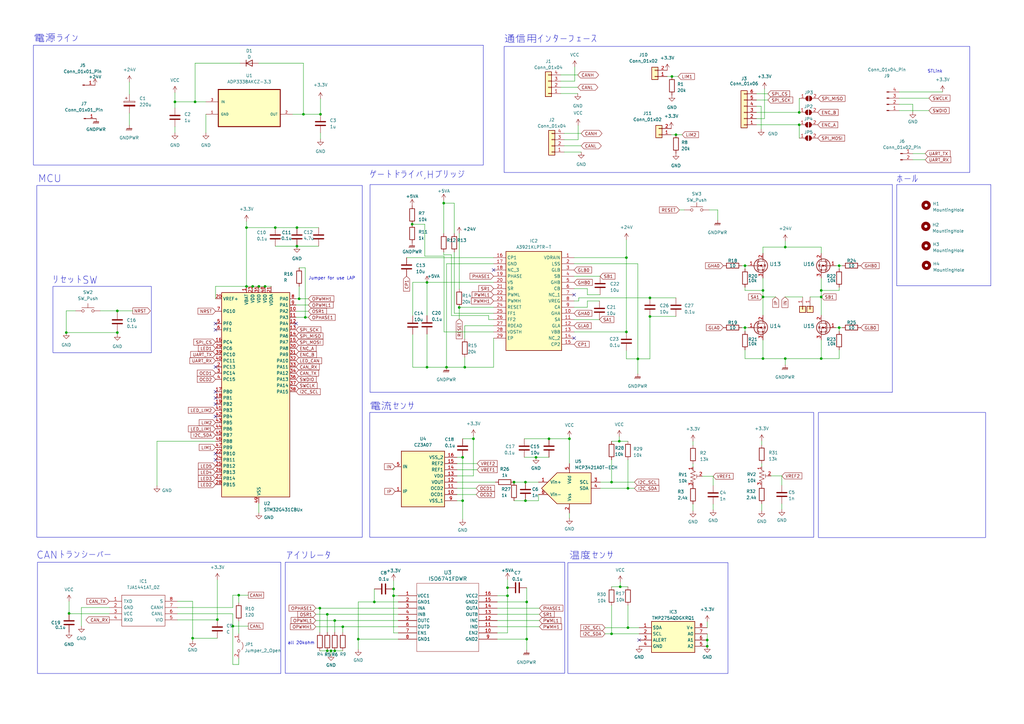
<source format=kicad_sch>
(kicad_sch (version 20230121) (generator eeschema)
  (paper "A3")
  (title_block (date "2023-10-05"))
  (junction (at 336.804 121.793))
  (junction (at 124.46 46.863))
  (junction (at 137.287 254.508))
  (junction (at 266.573 129.794))
  (junction (at 344.17 134.366))
  (junction (at 194.183 179.959))
  (junction (at 183.134 150.622))
  (junction (at 233.553 179.959))
  (junction (at 327.787 46.101))
  (junction (at 101.092 93.345))
  (junction (at 188.341 126.111))
  (junction (at 121.793 93.345))
  (junction (at 112.903 93.345))
  (junction (at 344.17 108.966))
  (junction (at 290.068 265.049))
  (junction (at 189.738 187.579))
  (junction (at 208.153 241.046))
  (junction (at 161.417 244.348))
  (junction (at 256.921 136.144))
  (junction (at 322.072 101.346))
  (junction (at 71.755 41.783))
  (junction (at 336.804 147.066))
  (junction (at 146.939 262.128))
  (junction (at 169.037 91.948))
  (junction (at 312.928 121.793))
  (junction (at 28.321 251.587))
  (junction (at 175.133 115.824))
  (junction (at 135.763 266.954))
  (junction (at 95.504 256.794))
  (junction (at 257.556 200.279))
  (junction (at 80.01 41.783))
  (junction (at 257.556 257.429))
  (junction (at 322.072 147.066))
  (junction (at 266.573 122.174))
  (junction (at 122.682 122.555))
  (junction (at 256.921 105.664))
  (junction (at 210.82 197.739))
  (junction (at 254 180.975))
  (junction (at 277.241 55.245))
  (junction (at 89.154 254.127))
  (junction (at 48.133 136.398))
  (junction (at 261.62 147.193))
  (junction (at 97.917 244.094))
  (junction (at 134.239 266.954))
  (junction (at 153.543 246.888))
  (junction (at 216.027 262.128))
  (junction (at 134.239 251.968))
  (junction (at 181.991 83.312))
  (junction (at 275.59 31.369))
  (junction (at 125.222 130.175))
  (junction (at 254.381 240.665))
  (junction (at 131.445 46.863))
  (junction (at 137.287 266.954))
  (junction (at 161.417 241.554))
  (junction (at 250.825 197.739))
  (junction (at 312.928 147.066))
  (junction (at 312.928 119.126))
  (junction (at 140.589 257.048))
  (junction (at 101.092 117.475))
  (junction (at 208.153 244.348))
  (junction (at 225.171 179.959))
  (junction (at 121.793 100.965))
  (junction (at 305.562 108.966))
  (junction (at 78.994 261.747))
  (junction (at 106.172 117.475))
  (junction (at 27.178 136.398))
  (junction (at 190.627 150.622))
  (junction (at 215.519 197.739))
  (junction (at 48.133 127.508))
  (junction (at 108.712 117.475))
  (junction (at 216.027 246.888))
  (junction (at 175.133 150.622))
  (junction (at 336.804 119.126))
  (junction (at 219.837 187.579))
  (junction (at 290.068 262.509))
  (junction (at 215.519 205.359))
  (junction (at 250.825 259.969))
  (junction (at 327.787 51.181))
  (junction (at 131.191 249.428))
  (junction (at 189.738 205.359))
  (junction (at 305.562 134.366))
  (junction (at 103.632 117.475))
  (no_connect (at 235.458 120.904))
  (no_connect (at 88.392 160.655))
  (no_connect (at 235.458 138.684))
  (no_connect (at 88.392 163.195))
  (no_connect (at 88.392 188.595))
  (no_connect (at 202.438 110.744))
  (no_connect (at 88.392 165.735))
  (no_connect (at 88.392 150.495))
  (no_connect (at 262.128 262.509))
  (no_connect (at 88.392 186.055))
  (no_connect (at 88.392 135.255))
  (no_connect (at 88.392 170.815))
  (no_connect (at 88.392 132.715))
  (no_connect (at 121.412 132.715))
  (wire (pts (xy 95.504 244.094) (xy 95.504 249.174)))
  (wire (pts (xy 78.994 246.634) (xy 78.994 261.747)))
  (wire (pts (xy 254.381 240.665) (xy 257.556 240.665)))
  (wire (pts (xy 28.321 251.587) (xy 28.321 251.714)))
  (wire (pts (xy 98.425 25.908) (xy 80.01 25.908)))
  (wire (pts (xy 275.336 55.245) (xy 277.241 55.245)))
  (wire (pts (xy 221.234 254.508) (xy 203.962 254.508)))
  (wire (pts (xy 97.917 254.762) (xy 97.917 259.842)))
  (wire (pts (xy 129.54 257.048) (xy 140.589 257.048)))
  (wire (pts (xy 292.481 209.042) (xy 292.481 206.756)))
  (wire (pts (xy 305.562 134.366) (xy 305.562 135.89)))
  (wire (pts (xy 72.771 246.634) (xy 78.994 246.634)))
  (wire (pts (xy 161.417 244.348) (xy 161.417 259.588)))
  (wire (pts (xy 101.092 90.805) (xy 101.092 93.345)))
  (wire (pts (xy 216.027 262.128) (xy 203.962 262.128)))
  (wire (pts (xy 312.928 139.446) (xy 312.928 147.066)))
  (wire (pts (xy 275.59 31.369) (xy 278.13 31.369)))
  (wire (pts (xy 175.133 150.622) (xy 183.134 150.622)))
  (wire (pts (xy 322.072 101.346) (xy 336.804 101.346)))
  (wire (pts (xy 106.045 25.908) (xy 124.46 25.908)))
  (wire (pts (xy 248.158 259.969) (xy 250.825 259.969)))
  (wire (pts (xy 161.417 241.554) (xy 161.417 244.348)))
  (wire (pts (xy 202.438 136.144) (xy 182.118 136.144)))
  (wire (pts (xy 131.191 266.954) (xy 134.239 266.954)))
  (wire (pts (xy 124.46 25.908) (xy 124.46 46.863)))
  (wire (pts (xy 194.183 179.959) (xy 194.183 195.199)))
  (wire (pts (xy 233.553 179.959) (xy 233.553 190.119)))
  (wire (pts (xy 202.438 133.604) (xy 190.627 133.604)))
  (wire (pts (xy 129.54 249.428) (xy 131.191 249.428)))
  (wire (pts (xy 284.226 180.975) (xy 284.226 182.626)))
  (wire (pts (xy 254 180.975) (xy 250.825 180.975)))
  (wire (pts (xy 294.386 86.106) (xy 294.386 90.297)))
  (wire (pts (xy 140.589 257.048) (xy 140.589 259.334)))
  (wire (pts (xy 131.191 249.428) (xy 131.191 259.334)))
  (wire (pts (xy 374.396 65.532) (xy 379.476 65.532)))
  (wire (pts (xy 89.154 261.747) (xy 78.994 261.747)))
  (wire (pts (xy 72.771 249.174) (xy 95.504 249.174)))
  (wire (pts (xy 237.363 122.174) (xy 266.573 122.174)))
  (wire (pts (xy 316.23 195.199) (xy 320.675 195.199)))
  (wire (pts (xy 374.396 62.992) (xy 379.476 62.992)))
  (wire (pts (xy 305.562 119.126) (xy 312.928 119.126)))
  (wire (pts (xy 368.808 42.799) (xy 374.396 42.799)))
  (wire (pts (xy 71.755 54.483) (xy 71.755 51.943)))
  (wire (pts (xy 345.44 108.966) (xy 344.17 108.966)))
  (wire (pts (xy 313.563 36.449) (xy 313.563 48.641)))
  (wire (pts (xy 233.553 179.324) (xy 233.553 179.959)))
  (wire (pts (xy 71.755 37.973) (xy 71.755 41.783)))
  (wire (pts (xy 186.309 103.378) (xy 186.309 128.524)))
  (wire (pts (xy 122.682 109.855) (xy 125.222 109.855)))
  (wire (pts (xy 220.853 205.359) (xy 215.519 205.359)))
  (wire (pts (xy 88.392 122.555) (xy 88.392 117.475)))
  (wire (pts (xy 235.458 123.444) (xy 237.363 123.444)))
  (wire (pts (xy 240.919 123.444) (xy 240.919 125.984)))
  (wire (pts (xy 185.166 104.521) (xy 181.991 104.521)))
  (wire (pts (xy 284.226 206.756) (xy 284.226 209.55)))
  (wire (pts (xy 137.287 254.508) (xy 163.322 254.508)))
  (wire (pts (xy 336.804 119.126) (xy 344.17 119.126)))
  (wire (pts (xy 71.755 41.783) (xy 80.01 41.783)))
  (wire (pts (xy 181.991 83.312) (xy 181.991 95.758)))
  (wire (pts (xy 221.234 249.428) (xy 203.962 249.428)))
  (wire (pts (xy 290.068 255.016) (xy 290.068 257.429)))
  (wire (pts (xy 256.921 147.193) (xy 261.62 147.193)))
  (wire (pts (xy 195.326 200.279) (xy 187.452 200.279)))
  (wire (pts (xy 188.341 126.111) (xy 188.341 125.984)))
  (wire (pts (xy 250.825 259.969) (xy 262.128 259.969)))
  (wire (pts (xy 280.67 86.106) (xy 278.638 86.106)))
  (wire (pts (xy 235.458 105.664) (xy 256.921 105.664)))
  (wire (pts (xy 126.492 130.175) (xy 125.222 130.175)))
  (wire (pts (xy 186.309 83.312) (xy 186.309 95.758)))
  (wire (pts (xy 122.682 117.475) (xy 122.682 122.555)))
  (wire (pts (xy 131.445 54.483) (xy 131.445 57.023)))
  (wire (pts (xy 327.787 51.181) (xy 327.787 56.642)))
  (wire (pts (xy 344.17 108.966) (xy 344.17 110.236)))
  (wire (pts (xy 101.092 93.345) (xy 101.092 117.475)))
  (wire (pts (xy 233.553 212.471) (xy 233.553 210.439)))
  (wire (pts (xy 237.109 57.277) (xy 231.394 57.277)))
  (wire (pts (xy 95.504 256.794) (xy 101.854 256.794)))
  (wire (pts (xy 313.563 48.641) (xy 310.261 48.641)))
  (wire (pts (xy 125.222 130.175) (xy 121.412 130.175)))
  (wire (pts (xy 146.939 262.128) (xy 146.939 266.319)))
  (wire (pts (xy 254.381 240.665) (xy 250.825 240.665)))
  (wire (pts (xy 237.109 51.435) (xy 237.109 57.277)))
  (wire (pts (xy 305.562 134.366) (xy 306.832 134.366)))
  (wire (pts (xy 332.232 121.793) (xy 336.804 121.793)))
  (wire (pts (xy 101.092 117.475) (xy 103.632 117.475)))
  (wire (pts (xy 321.945 121.793) (xy 329.184 121.793)))
  (wire (pts (xy 121.793 93.345) (xy 112.903 93.345)))
  (wire (pts (xy 27.178 127.508) (xy 27.178 136.398)))
  (wire (pts (xy 290.068 259.969) (xy 290.068 262.509)))
  (wire (pts (xy 190.627 146.558) (xy 190.627 150.622)))
  (wire (pts (xy 140.589 257.048) (xy 163.322 257.048)))
  (wire (pts (xy 181.991 82.169) (xy 181.991 83.312)))
  (wire (pts (xy 208.153 244.348) (xy 203.962 244.348)))
  (wire (pts (xy 208.153 241.046) (xy 208.407 241.046)))
  (wire (pts (xy 257.556 188.595) (xy 257.556 200.279)))
  (wire (pts (xy 254 179.07) (xy 254 180.975)))
  (wire (pts (xy 312.928 121.793) (xy 312.928 129.286)))
  (wire (pts (xy 153.543 241.554) (xy 153.543 246.888)))
  (wire (pts (xy 187.452 205.359) (xy 189.738 205.359)))
  (wire (pts (xy 312.928 147.066) (xy 305.562 147.066)))
  (wire (pts (xy 30.988 127.508) (xy 27.178 127.508)))
  (wire (pts (xy 231.394 54.737) (xy 238.379 54.737)))
  (wire (pts (xy 121.412 125.095) (xy 126.492 125.095)))
  (wire (pts (xy 231.394 62.357) (xy 238.379 62.357)))
  (wire (pts (xy 208.153 244.348) (xy 208.153 259.588)))
  (wire (pts (xy 257.556 257.429) (xy 262.128 257.429)))
  (wire (pts (xy 368.808 37.719) (xy 386.588 37.719)))
  (wire (pts (xy 260.223 197.739) (xy 250.825 197.739)))
  (wire (pts (xy 310.261 43.561) (xy 312.166 43.561)))
  (wire (pts (xy 235.458 113.284) (xy 246.126 113.284)))
  (wire (pts (xy 182.118 105.029) (xy 174.244 105.029)))
  (wire (pts (xy 312.928 121.793) (xy 318.135 121.793)))
  (wire (pts (xy 175.133 115.824) (xy 202.438 115.824)))
  (wire (pts (xy 305.562 108.966) (xy 306.832 108.966)))
  (wire (pts (xy 336.804 101.346) (xy 336.804 103.886)))
  (wire (pts (xy 310.261 51.181) (xy 327.787 51.181)))
  (wire (pts (xy 284.226 190.246) (xy 284.226 191.516)))
  (wire (pts (xy 131.445 40.513) (xy 131.445 46.863)))
  (wire (pts (xy 161.163 241.554) (xy 161.417 241.554)))
  (wire (pts (xy 235.458 118.364) (xy 240.919 118.364)))
  (wire (pts (xy 137.287 254.508) (xy 137.287 259.334)))
  (wire (pts (xy 182.118 136.144) (xy 182.118 105.029)))
  (wire (pts (xy 312.928 147.066) (xy 322.072 147.066)))
  (wire (pts (xy 256.921 98.298) (xy 256.921 105.664)))
  (wire (pts (xy 84.455 46.863) (xy 84.455 54.483)))
  (wire (pts (xy 202.438 108.204) (xy 183.134 108.204)))
  (wire (pts (xy 169.291 115.824) (xy 169.291 129.54)))
  (wire (pts (xy 153.543 246.888) (xy 146.939 246.888)))
  (wire (pts (xy 216.027 241.046) (xy 216.027 246.888)))
  (wire (pts (xy 261.62 147.193) (xy 261.62 153.289)))
  (wire (pts (xy 235.712 33.274) (xy 229.997 33.274)))
  (wire (pts (xy 200.406 131.064) (xy 200.406 129.413)))
  (wire (pts (xy 312.42 206.629) (xy 312.42 209.423)))
  (wire (pts (xy 190.627 133.604) (xy 190.627 138.938)))
  (wire (pts (xy 95.504 272.542) (xy 97.917 272.542)))
  (wire (pts (xy 97.917 244.094) (xy 97.917 247.142)))
  (wire (pts (xy 188.341 130.81) (xy 188.341 126.111)))
  (wire (pts (xy 95.504 251.714) (xy 95.504 256.794)))
  (wire (pts (xy 121.793 100.965) (xy 130.683 100.965)))
  (wire (pts (xy 134.239 251.968) (xy 163.322 251.968)))
  (wire (pts (xy 215.519 205.359) (xy 210.82 205.359)))
  (wire (pts (xy 129.54 251.968) (xy 134.239 251.968)))
  (wire (pts (xy 190.627 150.622) (xy 202.438 150.622)))
  (wire (pts (xy 237.363 123.444) (xy 237.363 122.174)))
  (wire (pts (xy 88.392 117.475) (xy 101.092 117.475)))
  (wire (pts (xy 64.389 199.263) (xy 64.389 180.975)))
  (wire (pts (xy 166.751 105.664) (xy 202.438 105.664)))
  (wire (pts (xy 135.763 268.351) (xy 135.763 266.954)))
  (wire (pts (xy 221.234 251.968) (xy 203.962 251.968)))
  (wire (pts (xy 235.458 108.204) (xy 261.62 108.204)))
  (wire (pts (xy 256.921 143.764) (xy 256.921 147.193)))
  (wire (pts (xy 208.153 241.046) (xy 208.153 244.348)))
  (wire (pts (xy 97.917 244.094) (xy 95.504 244.094)))
  (wire (pts (xy 161.417 259.588) (xy 163.322 259.588)))
  (wire (pts (xy 231.394 59.817) (xy 238.379 59.817)))
  (wire (pts (xy 89.154 237.744) (xy 89.154 254.127)))
  (wire (pts (xy 266.573 122.174) (xy 277.241 122.174)))
  (wire (pts (xy 336.804 147.066) (xy 336.804 139.446)))
  (wire (pts (xy 250.825 197.739) (xy 246.253 197.739)))
  (wire (pts (xy 277.241 55.245) (xy 279.781 55.245)))
  (wire (pts (xy 312.928 114.046) (xy 312.928 119.126)))
  (wire (pts (xy 189.738 187.579) (xy 189.738 205.359)))
  (wire (pts (xy 290.068 262.509) (xy 290.068 265.049)))
  (wire (pts (xy 202.438 128.524) (xy 186.309 128.524)))
  (wire (pts (xy 345.44 134.366) (xy 344.17 134.366)))
  (wire (pts (xy 322.072 98.806) (xy 322.072 101.346)))
  (wire (pts (xy 183.134 150.622) (xy 190.627 150.622)))
  (wire (pts (xy 216.027 246.888) (xy 216.027 262.128)))
  (wire (pts (xy 48.133 127.508) (xy 54.483 127.508)))
  (wire (pts (xy 257.556 200.279) (xy 246.253 200.279)))
  (wire (pts (xy 342.9 134.366) (xy 344.17 134.366)))
  (wire (pts (xy 169.291 150.622) (xy 175.133 150.622)))
  (wire (pts (xy 126.492 122.555) (xy 122.682 122.555)))
  (wire (pts (xy 235.458 131.064) (xy 245.872 131.064)))
  (wire (pts (xy 120.015 46.863) (xy 124.46 46.863)))
  (wire (pts (xy 72.771 251.714) (xy 95.504 251.714)))
  (wire (pts (xy 80.01 41.783) (xy 84.455 41.783)))
  (wire (pts (xy 129.54 254.508) (xy 137.287 254.508)))
  (wire (pts (xy 305.562 108.966) (xy 304.292 108.966)))
  (wire (pts (xy 320.675 208.915) (xy 320.675 206.629)))
  (wire (pts (xy 322.072 147.066) (xy 336.804 147.066)))
  (wire (pts (xy 48.133 127.508) (xy 48.133 128.143)))
  (wire (pts (xy 27.178 136.398) (xy 48.133 136.398)))
  (wire (pts (xy 195.707 190.119) (xy 187.452 190.119)))
  (wire (pts (xy 78.994 261.747) (xy 78.994 262.763)))
  (wire (pts (xy 288.036 195.326) (xy 292.481 195.326)))
  (wire (pts (xy 312.42 180.848) (xy 312.42 182.499)))
  (wire (pts (xy 130.683 93.345) (xy 121.793 93.345)))
  (wire (pts (xy 248.158 257.429) (xy 257.556 257.429)))
  (wire (pts (xy 189.738 179.959) (xy 194.183 179.959)))
  (wire (pts (xy 122.682 122.555) (xy 121.412 122.555)))
  (wire (pts (xy 124.46 46.863) (xy 131.445 46.863)))
  (wire (pts (xy 161.417 244.348) (xy 163.322 244.348)))
  (wire (pts (xy 194.183 178.816) (xy 194.183 179.959)))
  (wire (pts (xy 336.804 147.066) (xy 344.17 147.066)))
  (wire (pts (xy 229.997 38.354) (xy 236.982 38.354)))
  (wire (pts (xy 221.234 257.048) (xy 203.962 257.048)))
  (wire (pts (xy 344.17 143.51) (xy 344.17 147.066)))
  (wire (pts (xy 203.2 197.739) (xy 187.452 197.739)))
  (wire (pts (xy 134.239 266.954) (xy 135.763 266.954)))
  (wire (pts (xy 266.573 147.193) (xy 261.62 147.193)))
  (wire (pts (xy 342.9 108.966) (xy 344.17 108.966)))
  (wire (pts (xy 250.825 188.595) (xy 250.825 197.739)))
  (wire (pts (xy 189.738 205.359) (xy 189.738 212.979)))
  (wire (pts (xy 312.42 190.119) (xy 312.42 191.389)))
  (wire (pts (xy 336.804 114.046) (xy 336.804 119.126)))
  (wire (pts (xy 240.919 123.444) (xy 245.872 123.444)))
  (wire (pts (xy 175.133 137.033) (xy 175.133 150.622)))
  (wire (pts (xy 71.755 41.783) (xy 71.755 44.323)))
  (wire (pts (xy 195.707 192.659) (xy 187.452 192.659)))
  (wire (pts (xy 327.914 40.386) (xy 327.787 40.386)))
  (wire (pts (xy 44.831 251.714) (xy 28.321 251.714)))
  (wire (pts (xy 200.406 129.413) (xy 185.166 129.413)))
  (wire (pts (xy 312.928 101.346) (xy 322.072 101.346)))
  (wire (pts (xy 187.452 187.579) (xy 189.738 187.579)))
  (wire (pts (xy 112.903 93.345) (xy 101.092 93.345)))
  (wire (pts (xy 312.166 52.959) (xy 312.166 43.561)))
  (wire (pts (xy 208.153 259.588) (xy 203.962 259.588)))
  (wire (pts (xy 95.504 256.794) (xy 95.504 272.542)))
  (wire (pts (xy 260.223 200.279) (xy 257.556 200.279)))
  (wire (pts (xy 134.239 251.968) (xy 134.239 259.334)))
  (wire (pts (xy 97.917 244.094) (xy 101.854 244.094)))
  (wire (pts (xy 169.291 137.16) (xy 169.291 150.622)))
  (wire (pts (xy 169.037 91.948) (xy 174.244 91.948)))
  (wire (pts (xy 327.787 46.101) (xy 310.261 46.101)))
  (wire (pts (xy 219.837 187.579) (xy 215.011 187.579)))
  (wire (pts (xy 195.326 202.819) (xy 187.452 202.819)))
  (wire (pts (xy 292.481 195.326) (xy 292.481 199.136)))
  (wire (pts (xy 273.685 31.369) (xy 275.59 31.369)))
  (wire (pts (xy 97.917 270.002) (xy 97.917 272.542)))
  (wire (pts (xy 169.291 115.824) (xy 175.133 115.824)))
  (wire (pts (xy 181.991 83.312) (xy 186.309 83.312)))
  (wire (pts (xy 72.771 254.254) (xy 89.154 254.254)))
  (wire (pts (xy 108.712 117.475) (xy 111.252 117.475)))
  (wire (pts (xy 374.396 42.799) (xy 374.396 45.847)))
  (wire (pts (xy 314.96 41.021) (xy 310.261 41.021)))
  (wire (pts (xy 64.389 180.975) (xy 88.392 180.975)))
  (wire (pts (xy 174.244 105.029) (xy 174.244 91.948)))
  (wire (pts (xy 106.172 210.312) (xy 106.172 206.375)))
  (wire (pts (xy 233.553 179.959) (xy 225.171 179.959)))
  (wire (pts (xy 312.928 103.886) (xy 312.928 101.346)))
  (wire (pts (xy 322.072 147.066) (xy 322.072 149.606)))
  (wire (pts (xy 126.492 127.635) (xy 121.412 127.635)))
  (wire (pts (xy 181.991 103.378) (xy 181.991 104.521)))
  (wire (pts (xy 53.086 46.355) (xy 53.086 51.435)))
  (wire (pts (xy 183.134 108.204) (xy 183.134 150.622)))
  (wire (pts (xy 305.562 110.236) (xy 305.562 108.966)))
  (wire (pts (xy 53.086 33.655) (xy 53.086 38.735)))
  (wire (pts (xy 137.287 266.954) (xy 140.589 266.954)))
  (wire (pts (xy 320.675 195.199) (xy 320.675 199.009)))
  (wire (pts (xy 368.808 45.339) (xy 381 45.339)))
  (wire (pts (xy 48.133 136.398) (xy 48.133 137.033)))
  (wire (pts (xy 48.133 135.763) (xy 48.133 136.398)))
  (wire (pts (xy 44.831 249.174) (xy 33.401 249.174)))
  (wire (pts (xy 240.919 120.904) (xy 246.126 120.904)))
  (wire (pts (xy 314.96 38.481) (xy 310.261 38.481)))
  (wire (pts (xy 336.804 121.793) (xy 336.804 129.286)))
  (wire (pts (xy 250.825 248.285) (xy 250.825 259.969)))
  (wire (pts (xy 28.321 246.634) (xy 28.321 251.587)))
  (wire (pts (xy 216.027 262.128) (xy 216.027 266.573)))
  (wire (pts (xy 135.763 266.954) (xy 137.287 266.954)))
  (wire (pts (xy 131.191 249.428) (xy 163.322 249.428)))
  (wire (pts (xy 235.712 27.432) (xy 235.712 33.274)))
  (wire (pts (xy 80.01 25.908) (xy 80.01 41.783)))
  (wire (pts (xy 185.166 104.521) (xy 185.166 129.413)))
  (wire (pts (xy 327.787 40.386) (xy 327.787 46.101)))
  (wire (pts (xy 290.83 86.106) (xy 294.386 86.106)))
  (wire (pts (xy 202.438 131.064) (xy 200.406 131.064)))
  (wire (pts (xy 225.171 187.579) (xy 219.837 187.579)))
  (wire (pts (xy 175.133 115.824) (xy 175.133 129.413)))
  (wire (pts (xy 215.519 197.739) (xy 210.82 197.739)))
  (wire (pts (xy 33.401 256.794) (xy 33.401 249.174)))
  (wire (pts (xy 304.292 134.366) (xy 305.562 134.366)))
  (wire (pts (xy 305.562 119.126) (xy 305.562 117.856)))
  (wire (pts (xy 106.172 117.475) (xy 108.712 117.475)))
  (wire (pts (xy 336.804 119.126) (xy 336.804 121.793)))
  (wire (pts (xy 235.458 136.144) (xy 256.921 136.144)))
  (wire (pts (xy 312.928 119.126) (xy 312.928 121.793)))
  (wire (pts (xy 261.62 108.204) (xy 261.62 147.193)))
  (wire (pts (xy 229.997 30.734) (xy 236.982 30.734)))
  (wire (pts (xy 240.919 125.984) (xy 235.458 125.984)))
  (wire (pts (xy 203.962 246.888) (xy 216.027 246.888)))
  (wire (pts (xy 188.341 125.984) (xy 202.438 125.984)))
  (wire (pts (xy 381 40.259) (xy 368.808 40.259)))
  (wire (pts (xy 254 180.975) (xy 257.556 180.975)))
  (wire (pts (xy 344.17 134.366) (xy 344.17 135.89)))
  (wire (pts (xy 277.241 129.794) (xy 266.573 129.794)))
  (wire (pts (xy 305.562 143.51) (xy 305.562 147.066)))
  (wire (pts (xy 220.853 202.819) (xy 220.853 205.359)))
  (wire (pts (xy 125.222 109.855) (xy 125.222 130.175)))
  (wire (pts (xy 254.381 238.76) (xy 254.381 240.665)))
  (wire (pts (xy 220.853 197.739) (xy 215.519 197.739)))
  (wire (pts (xy 161.417 238.125) (xy 161.417 241.554)))
  (wire (pts (xy 256.921 105.664) (xy 256.921 136.144)))
  (wire (pts (xy 89.154 254.127) (xy 89.154 254.254)))
  (wire (pts (xy 146.939 262.128) (xy 163.322 262.128)))
  (wire (pts (xy 229.997 35.814) (xy 236.982 35.814)))
  (wire (pts (xy 240.919 118.364) (xy 240.919 120.904)))
  (wire (pts (xy 225.171 179.959) (xy 215.011 179.959)))
  (wire (pts (xy 266.573 129.794) (xy 266.573 147.193)))
  (wire (pts (xy 103.632 117.475) (xy 106.172 117.475)))
  (wire (pts (xy 187.452 195.199) (xy 194.183 195.199)))
  (wire (pts (xy 202.438 138.684) (xy 202.438 150.622)))
  (wire (pts (xy 257.556 248.285) (xy 257.556 257.429)))
  (wire (pts (xy 188.341 95.758) (xy 188.341 118.491)))
  (wire (pts (xy 344.17 119.126) (xy 344.17 117.856)))
  (wire (pts (xy 112.903 100.965) (xy 121.793 100.965)))
  (wire (pts (xy 208.153 237.617) (xy 208.153 241.046)))
  (wire (pts (xy 41.148 127.508) (xy 48.133 127.508)))
  (wire (pts (xy 163.322 246.888) (xy 153.543 246.888)))
  (wire (pts (xy 146.939 246.888) (xy 146.939 262.128)))
  (rectangle (start 151.765 75.692) (end 366.014 160.909))
  (rectangle (start 15.367 230.632) (end 115.189 276.225))
  (rectangle (start 21.717 117.475) (end 62.103 144.653))
  (rectangle (start 151.638 169.164) (end 333.756 220.345))
  (rectangle (start 232.918 230.759) (end 298.577 276.225))
  (rectangle (start 335.661 169.164) (end 404.241 220.472))
  (rectangle (start 206.756 19.05) (end 397.764 70.739))
  (rectangle (start 116.967 230.632) (end 231.648 276.098))
  (rectangle (start 15.113 76.073) (end 148.59 220.345))
  (rectangle (start 13.716 18.542) (end 198.247 67.691))
  (rectangle (start 367.792 75.692) (end 406.4 117.221))
  (text "MCU" (at 15.494 75.184 0) (effects (font (size 3 3)) (justify left bottom)))
  (text "電源ライン\n" (at 13.97 17.78 0) (effects (font (size 3 3)) (justify left bottom)))
  (text "ゲートドライバ,Hブリッジ" (at 151.384 73.66 0) (effects (font (size 3 3)) (justify left bottom)))
  (text "all 20kohm" (at 117.983 264.541 0) (effects (font (size 1.27 1.27)) (justify left bottom)))
  (text "通信用インターフェース" (at 206.756 18.034 0) (effects (font (size 3 3)) (justify left bottom)))
  (text "STLink" (at 386.588 30.099 0) (effects (font (size 1.27 1.27)) (justify right bottom)))
  (text "Jumper for use LAP" (at 126.492 114.935 0) (effects (font (size 1.27 1.27)) (justify left bottom)))
  (text "リセットSW" (at 21.082 116.84 0) (effects (font (size 3 3)) (justify left bottom)))
  (text "電流センサ" (at 151.765 168.656 0) (effects (font (size 3 3)) (justify left bottom)))
  (text "温度センサ" (at 233.426 229.87 0) (effects (font (size 3 3)) (justify left bottom)))
  (text "ホール" (at 367.411 75.438 0) (effects (font (size 3 3)) (justify left bottom)))
  (text "アイソレータ" (at 117.094 229.87 0) (effects (font (size 3 3)) (justify left bottom)))
  (text "CANトランシーバー\n" (at 14.859 229.616 0) (effects (font (size 3 3)) (justify left bottom)))
  (global_label "I2C_SCL" (shape input) (at 260.223 197.739 0) (property "Intersheetrefs" "${INTERSHEET_REFS}" (effects hide)))
  (global_label "CANL" (shape passive) (at 101.854 256.794 0) (property "Intersheetrefs" "${INTERSHEET_REFS}" (effects hide)))
  (global_label "SPI_MISO" (shape input) (at 335.534 40.386 0) (property "Intersheetrefs" "${INTERSHEET_REFS}" (effects hide)))
  (global_label "GLB0" (shape input) (at 235.458 110.744 0) (property "Intersheetrefs" "${INTERSHEET_REFS}" (effects hide)))
  (global_label "UART_RX" (shape input) (at 379.476 65.532 0) (property "Intersheetrefs" "${INTERSHEET_REFS}" (effects hide)))
  (global_label "SWCLK" (shape input) (at 381 40.259 0) (property "Intersheetrefs" "${INTERSHEET_REFS}" (effects hide)))
  (global_label "LIM1" (shape input) (at 278.13 31.369 0) (property "Intersheetrefs" "${INTERSHEET_REFS}" (effects hide)))
  (global_label "OPHASE1" (shape input) (at 126.492 130.175 0) (property "Intersheetrefs" "${INTERSHEET_REFS}" (effects hide)))
  (global_label "GLA0" (shape input) (at 235.458 133.604 0) (property "Intersheetrefs" "${INTERSHEET_REFS}" (effects hide)))
  (global_label "OPHASE1" (shape input) (at 129.54 249.428 180) (property "Intersheetrefs" "${INTERSHEET_REFS}" (effects hide)))
  (global_label "LIM2" (shape input) (at 279.781 55.245 0) (property "Intersheetrefs" "${INTERSHEET_REFS}" (effects hide)))
  (global_label "ENC_A" (shape input) (at 121.412 142.875 0) (property "Intersheetrefs" "${INTERSHEET_REFS}" (effects hide)))
  (global_label "LIM1" (shape input) (at 88.392 183.515 180) (property "Intersheetrefs" "${INTERSHEET_REFS}" (effects hide)))
  (global_label "IP" (shape input) (at 162.052 201.549 180) (property "Intersheetrefs" "${INTERSHEET_REFS}" (effects hide)))
  (global_label "LED4" (shape input) (at 88.392 193.675 180) (property "Intersheetrefs" "${INTERSHEET_REFS}" (effects hide)))
  (global_label "PWMH1" (shape input) (at 221.234 257.048 0) (property "Intersheetrefs" "${INTERSHEET_REFS}" (effects hide)))
  (global_label "SB1" (shape input) (at 246.126 113.284 0) (property "Intersheetrefs" "${INTERSHEET_REFS}" (effects hide)))
  (global_label "SPI_CS" (shape input) (at 314.96 38.481 0) (property "Intersheetrefs" "${INTERSHEET_REFS}" (effects hide)))
  (global_label "VREF1" (shape input) (at 292.481 195.326 0) (property "Intersheetrefs" "${INTERSHEET_REFS}" (effects hide)))
  (global_label "SB1" (shape input) (at 336.804 121.793 0) (property "Intersheetrefs" "${INTERSHEET_REFS}" (effects hide)))
  (global_label "CANH" (shape bidirectional) (at 238.379 54.737 0) (property "Intersheetrefs" "${INTERSHEET_REFS}" (effects hide)))
  (global_label "UART_RX" (shape input) (at 88.392 147.955 180) (property "Intersheetrefs" "${INTERSHEET_REFS}" (effects hide)))
  (global_label "CP1" (shape input) (at 235.458 141.224 0) (property "Intersheetrefs" "${INTERSHEET_REFS}" (effects hide)))
  (global_label "SPI_MOSI" (shape input) (at 335.407 56.642 0) (property "Intersheetrefs" "${INTERSHEET_REFS}" (effects hide)))
  (global_label "LED_CAN" (shape input) (at 121.412 147.955 0) (property "Intersheetrefs" "${INTERSHEET_REFS}" (effects hide)))
  (global_label "LED1" (shape input) (at 88.392 142.875 180) (property "Intersheetrefs" "${INTERSHEET_REFS}" (effects hide)))
  (global_label "OPWMH1" (shape input) (at 129.54 257.048 180) (property "Intersheetrefs" "${INTERSHEET_REFS}" (effects hide)))
  (global_label "GLA0" (shape input) (at 296.672 134.366 180) (property "Intersheetrefs" "${INTERSHEET_REFS}" (effects hide)))
  (global_label "CP1" (shape input) (at 166.751 113.284 270) (property "Intersheetrefs" "${INTERSHEET_REFS}" (effects hide)))
  (global_label "LED5" (shape input) (at 88.392 191.135 180) (property "Intersheetrefs" "${INTERSHEET_REFS}" (effects hide)))
  (global_label "CANL" (shape bidirectional) (at 236.982 35.814 0) (property "Intersheetrefs" "${INTERSHEET_REFS}" (effects hide)))
  (global_label "IN" (shape input) (at 321.945 121.793 270) (property "Intersheetrefs" "${INTERSHEET_REFS}" (effects hide)))
  (global_label "OPWML1" (shape input) (at 126.492 125.095 0) (property "Intersheetrefs" "${INTERSHEET_REFS}" (effects hide)))
  (global_label "SWDIO" (shape input) (at 381 45.339 0) (property "Intersheetrefs" "${INTERSHEET_REFS}" (effects hide)))
  (global_label "I2C_SDA" (shape input) (at 248.158 259.969 180) (property "Intersheetrefs" "${INTERSHEET_REFS}" (effects hide)))
  (global_label "SPI_MOSI" (shape input) (at 121.412 140.335 0) (property "Intersheetrefs" "${INTERSHEET_REFS}" (effects hide)))
  (global_label "VREF2" (shape input) (at 320.675 195.199 0) (property "Intersheetrefs" "${INTERSHEET_REFS}" (effects hide)))
  (global_label "RESET" (shape input) (at 188.341 130.81 270) (property "Intersheetrefs" "${INTERSHEET_REFS}" (effects hide)))
  (global_label "SR1" (shape input) (at 221.234 251.968 0) (property "Intersheetrefs" "${INTERSHEET_REFS}" (effects hide)))
  (global_label "ENC_B" (shape input) (at 121.412 145.415 0) (property "Intersheetrefs" "${INTERSHEET_REFS}" (effects hide)))
  (global_label "IN" (shape input) (at 162.052 191.389 180) (property "Intersheetrefs" "${INTERSHEET_REFS}" (effects hide)))
  (global_label "GHA0" (shape input) (at 296.672 108.966 180) (property "Intersheetrefs" "${INTERSHEET_REFS}" (effects hide)))
  (global_label "NRST" (shape output) (at 54.483 127.508 0) (property "Intersheetrefs" "${INTERSHEET_REFS}" (effects hide)))
  (global_label "UART_TX" (shape input) (at 379.476 62.992 0) (property "Intersheetrefs" "${INTERSHEET_REFS}" (effects hide)))
  (global_label "LIM2" (shape input) (at 88.392 173.355 180) (property "Intersheetrefs" "${INTERSHEET_REFS}" (effects hide)))
  (global_label "OPWMH1" (shape input) (at 126.492 122.555 0) (property "Intersheetrefs" "${INTERSHEET_REFS}" (effects hide)))
  (global_label "ENC_B" (shape input) (at 335.407 46.101 0) (property "Intersheetrefs" "${INTERSHEET_REFS}" (effects hide)))
  (global_label "GHA0" (shape input) (at 235.458 128.524 0) (property "Intersheetrefs" "${INTERSHEET_REFS}" (effects hide)))
  (global_label "GHB0" (shape input) (at 353.06 108.966 0) (property "Intersheetrefs" "${INTERSHEET_REFS}" (effects hide)))
  (global_label "OCD2" (shape input) (at 88.392 155.575 180) (property "Intersheetrefs" "${INTERSHEET_REFS}" (effects hide)))
  (global_label "I2C_SDA" (shape input) (at 88.392 178.435 180) (property "Intersheetrefs" "${INTERSHEET_REFS}" (effects hide)))
  (global_label "I2C_SDA" (shape input) (at 260.223 200.279 0) (property "Intersheetrefs" "${INTERSHEET_REFS}" (effects hide)))
  (global_label "GLB0" (shape input) (at 353.06 134.366 0) (property "Intersheetrefs" "${INTERSHEET_REFS}" (effects hide)))
  (global_label "LED_LIM1" (shape input) (at 88.392 175.895 180) (property "Intersheetrefs" "${INTERSHEET_REFS}" (effects hide)))
  (global_label "OCD2" (shape input) (at 195.326 202.819 0) (property "Intersheetrefs" "${INTERSHEET_REFS}" (effects hide)))
  (global_label "VREF1" (shape input) (at 195.707 192.659 0) (property "Intersheetrefs" "${INTERSHEET_REFS}" (effects hide)))
  (global_label "LED_LIM2" (shape input) (at 88.392 168.275 180) (property "Intersheetrefs" "${INTERSHEET_REFS}" (effects hide)))
  (global_label "PHASE1" (shape input) (at 221.234 249.428 0) (property "Intersheetrefs" "${INTERSHEET_REFS}" (effects hide)))
  (global_label "RESET" (shape input) (at 278.638 86.106 180) (property "Intersheetrefs" "${INTERSHEET_REFS}" (effects hide)))
  (global_label "UART_TX" (shape input) (at 88.392 145.415 180) (property "Intersheetrefs" "${INTERSHEET_REFS}" (effects hide)))
  (global_label "CANH" (shape bidirectional) (at 236.982 30.734 0) (property "Intersheetrefs" "${INTERSHEET_REFS}" (effects hide)))
  (global_label "CAN_RX" (shape output) (at 44.831 254.254 180) (property "Intersheetrefs" "${INTERSHEET_REFS}" (effects hide)))
  (global_label "SPI_SCK" (shape input) (at 121.412 135.255 0) (property "Intersheetrefs" "${INTERSHEET_REFS}" (effects hide)))
  (global_label "SWCLK" (shape input) (at 121.412 158.115 0) (property "Intersheetrefs" "${INTERSHEET_REFS}" (effects hide)))
  (global_label "PHASE1" (shape input) (at 202.438 113.284 180) (property "Intersheetrefs" "${INTERSHEET_REFS}" (effects hide)))
  (global_label "SA1" (shape input) (at 245.872 131.064 0) (property "Intersheetrefs" "${INTERSHEET_REFS}" (effects hide)))
  (global_label "SR1" (shape input) (at 202.438 118.364 180) (property "Intersheetrefs" "${INTERSHEET_REFS}" (effects hide)))
  (global_label "IP" (shape input) (at 318.135 121.793 270) (property "Intersheetrefs" "${INTERSHEET_REFS}" (effects hide)))
  (global_label "VREF2" (shape input) (at 195.707 190.119 0) (property "Intersheetrefs" "${INTERSHEET_REFS}" (effects hide)))
  (global_label "CANH" (shape passive) (at 101.854 244.094 0) (property "Intersheetrefs" "${INTERSHEET_REFS}" (effects hide)))
  (global_label "OCD1" (shape input) (at 88.392 153.035 180) (property "Intersheetrefs" "${INTERSHEET_REFS}" (effects hide)))
  (global_label "SWDIO" (shape input) (at 121.412 155.575 0) (property "Intersheetrefs" "${INTERSHEET_REFS}" (effects hide)))
  (global_label "SPI_CS" (shape input) (at 88.392 140.335 180) (property "Intersheetrefs" "${INTERSHEET_REFS}" (effects hide)))
  (global_label "LED3" (shape input) (at 88.392 196.215 180) (property "Intersheetrefs" "${INTERSHEET_REFS}" (effects hide)))
  (global_label "GHB0" (shape input) (at 235.458 115.824 0) (property "Intersheetrefs" "${INTERSHEET_REFS}" (effects hide)))
  (global_label "NRST" (shape input) (at 88.392 127.635 180) (property "Intersheetrefs" "${INTERSHEET_REFS}" (effects hide)))
  (global_label "SA1" (shape input) (at 312.928 121.793 180) (property "Intersheetrefs" "${INTERSHEET_REFS}" (effects hide)))
  (global_label "CANL" (shape bidirectional) (at 238.379 59.817 0) (property "Intersheetrefs" "${INTERSHEET_REFS}" (effects hide)))
  (global_label "PWMH1" (shape input) (at 202.438 123.444 180) (property "Intersheetrefs" "${INTERSHEET_REFS}" (effects hide)))
  (global_label "I2C_SCL" (shape input) (at 121.412 160.655 0) (property "Intersheetrefs" "${INTERSHEET_REFS}" (effects hide)))
  (global_label "I2C_SCL" (shape input) (at 248.158 257.429 180) (property "Intersheetrefs" "${INTERSHEET_REFS}" (effects hide)))
  (global_label "CAN_TX" (shape input) (at 44.831 246.634 180) (property "Intersheetrefs" "${INTERSHEET_REFS}" (effects hide)))
  (global_label "PWML1" (shape input) (at 202.438 120.904 180) (property "Intersheetrefs" "${INTERSHEET_REFS}" (effects hide)))
  (global_label "PWML1" (shape input) (at 221.234 254.508 0) (property "Intersheetrefs" "${INTERSHEET_REFS}" (effects hide)))
  (global_label "ENC_A" (shape input) (at 335.407 51.181 0) (property "Intersheetrefs" "${INTERSHEET_REFS}" (effects hide)))
  (global_label "OPWML1" (shape input) (at 129.54 254.508 180) (property "Intersheetrefs" "${INTERSHEET_REFS}" (effects hide)))
  (global_label "OSR1" (shape input) (at 126.492 127.635 0) (property "Intersheetrefs" "${INTERSHEET_REFS}" (effects hide)))
  (global_label "OSR1" (shape input) (at 129.54 251.968 180) (property "Intersheetrefs" "${INTERSHEET_REFS}" (effects hide)))
  (global_label "SPI_MISO" (shape input) (at 121.412 137.795 0) (property "Intersheetrefs" "${INTERSHEET_REFS}" (effects hide)))
  (global_label "LED2" (shape input) (at 88.392 198.755 180) (property "Intersheetrefs" "${INTERSHEET_REFS}" (effects hide)))
  (global_label "CAN_RX" (shape input) (at 121.412 150.495 0) (property "Intersheetrefs" "${INTERSHEET_REFS}" (effects hide)))
  (global_label "OCD1" (shape input) (at 195.326 200.279 0) (property "Intersheetrefs" "${INTERSHEET_REFS}" (effects hide)))
  (global_label "CAN_TX" (shape input) (at 121.412 153.035 0) (property "Intersheetrefs" "${INTERSHEET_REFS}" (effects hide)))
  (global_label "SPI_SCK" (shape input) (at 314.96 41.021 0) (property "Intersheetrefs" "${INTERSHEET_REFS}" (effects hide)))
  (symbol (lib_id "power:GNDPWR") (at 39.497 48.641 0) (unit 1)
    (property "Reference" "#PWR028" (effects hide))
    (property "Value" "GNDPWR" (at 39.37 53.086 0))
  )
  (symbol (lib_id "power:GNDPWR") (at 322.072 149.606 0) (unit 1)
    (property "Reference" "#PWR083" (effects hide))
    (property "Value" "GNDPWR" (at 321.945 154.686 0))
  )
  (symbol (lib_id "power:+24V") (at 188.341 95.758 0) (unit 1)
    (property "Reference" "#PWR037" (effects hide))
    (property "Value" "+24V" (at 192.532 93.98 0))
  )
  (symbol (lib_id "power:+24V") (at 256.921 98.298 0) (unit 1)
    (property "Reference" "#PWR038" (effects hide))
    (property "Value" "+24V" (at 256.921 93.218 0))
  )
  (symbol (lib_id "power:+3.3V") (at 89.154 237.744 0) (unit 1)
    (property "Reference" "#PWR058" (effects hide))
    (property "Value" "+3.3V" (at 89.154 232.664 0))
  )
  (symbol (lib_id "Device:R") (at 275.59 35.179 0) (unit 1)
    (property "Reference" "R1" (at 277.749 34.544 0) (effects (justify left)))
    (property "Value" "20k" (at 277.749 37.084 0) (effects (justify left)))
    (property "Footprint" "Resistor_SMD:R_0603_1608Metric_Pad0.98x0.95mm_HandSolder" (effects hide))
  )
  (symbol (lib_id "power:GNDPWR") (at 216.027 266.573 0) (unit 1)
    (property "Reference" "#PWR060" (effects hide))
    (property "Value" "GNDPWR" (at 215.9 271.653 0))
  )
  (symbol (lib_id "Device:R") (at 207.01 197.739 90) (unit 1)
    (property "Reference" "R26" (at 207.01 192.405 90))
    (property "Value" "1k" (at 207.01 194.945 90))
    (property "Footprint" "Resistor_SMD:R_0603_1608Metric_Pad0.98x0.95mm_HandSolder" (effects hide))
  )
  (symbol (lib_id "power:GND") (at 78.994 262.763 0) (unit 1)
    (property "Reference" "#PWR057" (effects hide))
    (property "Value" "GND" (at 78.994 266.573 0))
  )
  (symbol (lib_id "0-Myparts:SQJ180EP-T1_GE3") (at 360.934 134.366 0) (mirror y) (unit 1)
    (property "Reference" "U15" (at 334.137 133.731 0) (effects (font (size 1.524 1.524)) (justify left)))
    (property "Value" "SQJ180EP-T1_GE3" (effects hide))
    (property "Footprint" "0-Myparts:SQJ180EP-T1_GE3" (effects hide))
  )
  (symbol (lib_id "Jumper:SolderJumper_2_Open") (at 331.597 46.101 0) (unit 1)
    (property "Reference" "JP2" (at 331.597 43.688 0))
    (property "Value" "SolderJumper_2_Open" (effects hide))
    (property "Footprint" "Jumper:SolderJumper-2_P1.3mm_Open_TrianglePad1.0x1.5mm" (effects hide))
  )
  (symbol (lib_id "Connector:Conn_01x01_Pin") (at 34.417 48.641 0) (unit 1)
    (property "Reference" "J7" (at 34.417 42.545 0))
    (property "Value" "Conn_01x01_Pin" (at 34.417 45.085 0))
    (property "Footprint" "0-Myparts:ねじ端子(縦)" (effects hide))
  )
  (symbol (lib_id "Device:C") (at 175.133 133.223 0) (unit 1)
    (property "Reference" "C20" (at 177.038 128.397 0) (effects (justify left)))
    (property "Value" "0.1u" (at 177.038 130.937 0) (effects (justify left)))
    (property "Footprint" "Capacitor_SMD:C_0603_1608Metric_Pad1.08x0.95mm_HandSolder" (effects hide))
  )
  (symbol (lib_id "power:VCC") (at 237.109 51.435 0) (unit 1)
    (property "Reference" "#PWR022" (effects hide))
    (property "Value" "VCC" (at 237.109 46.355 0))
  )
  (symbol (lib_id "MCU_ST_STM32G4:STM32G431CBUx") (at 103.632 163.195 0) (unit 1)
    (property "Reference" "U2" (at 108.1279 206.502 0) (effects (justify left)))
    (property "Value" "STM32G431CBUx" (at 108.1279 209.042 0) (effects (justify left)))
    (property "Footprint" "Package_DFN_QFN:QFN-48-1EP_7x7mm_P0.5mm_EP5.6x5.6mm" (effects hide))
    (property "Datasheet" "https://www.st.com/resource/en/datasheet/stm32g431cb.pdf" (effects hide))
  )
  (symbol (lib_id "Connector_Generic:Conn_01x04") (at 224.917 35.814 180) (unit 1)
    (property "Reference" "J1" (at 224.917 25.146 0))
    (property "Value" "Conn_01x04" (at 224.917 27.686 0))
    (property "Footprint" "Connector_JST:JST_XH_S4B-XH-A_1x04_P2.50mm_Horizontal" (effects hide))
  )
  (symbol (lib_id "Device:R") (at 188.341 122.301 0) (unit 1)
    (property "Reference" "R14" (at 189.484 121.285 0) (effects (justify left)))
    (property "Value" "20k" (at 189.484 123.825 0) (effects (justify left)))
    (property "Footprint" "Resistor_SMD:R_0603_1608Metric_Pad0.98x0.95mm_HandSolder" (effects hide))
  )
  (symbol (lib_id "power:GNDPWR") (at 169.037 99.568 0) (unit 1)
    (property "Reference" "#PWR034" (effects hide))
    (property "Value" "GNDPWR" (at 169.037 103.251 0))
  )
  (symbol (lib_id "power:GND") (at 146.939 266.319 0) (unit 1)
    (property "Reference" "#PWR044" (effects hide))
    (property "Value" "GND" (at 146.939 270.764 0))
  )
  (symbol (lib_id "Mechanical:MountingHole") (at 379.73 92.837 0) (unit 1)
    (property "Reference" "H2" (at 382.397 92.202 0) (effects (justify left)))
    (property "Value" "MountingHole" (at 382.397 94.742 0) (effects (justify left)))
    (property "Footprint" "MountingHole:MountingHole_3.2mm_M3" (effects hide))
  )
  (symbol (lib_id "Device:C") (at 277.241 125.984 0) (unit 1)
    (property "Reference" "C27" (at 280.67 125.349 0) (effects (justify left)))
    (property "Value" "0.1u" (at 280.67 127.889 0) (effects (justify left)))
    (property "Footprint" "Capacitor_SMD:C_0805_2012Metric_Pad1.18x1.45mm_HandSolder" (effects hide))
  )
  (symbol (lib_id "Device:C") (at 225.171 183.769 0) (mirror y) (unit 1)
    (property "Reference" "C15" (at 221.361 183.134 0) (effects (justify left)))
    (property "Value" "10u" (at 221.361 185.674 0) (effects (justify left)))
    (property "Footprint" "Capacitor_SMD:C_0805_2012Metric_Pad1.18x1.45mm_HandSolder" (effects hide))
  )
  (symbol (lib_id "0-Myparts:SQJ180EP-T1_GE3") (at 360.934 108.966 0) (mirror y) (unit 1)
    (property "Reference" "U16" (at 334.137 108.331 0) (effects (font (size 1.524 1.524)) (justify left)))
    (property "Value" "SQJ180EP-T1_GE3" (effects hide))
    (property "Footprint" "0-Myparts:SQJ180EP-T1_GE3" (effects hide))
  )
  (symbol (lib_id "power:GND") (at 284.226 209.55 0) (unit 1)
    (property "Reference" "#PWR065" (effects hide))
    (property "Value" "GND" (at 284.226 213.995 0))
  )
  (symbol (lib_id "Device:R") (at 97.917 250.952 0) (unit 1)
    (property "Reference" "R10" (at 100.457 249.6819 0) (effects (justify left)))
    (property "Value" "120" (at 100.457 252.2219 0) (effects (justify left)))
    (property "Footprint" "Resistor_SMD:R_0603_1608Metric" (effects hide))
  )
  (symbol (lib_id "Device:R_Potentiometer_Trim_US") (at 284.226 195.326 0) (unit 1)
    (property "Reference" "RV1" (at 281.94 194.691 0) (effects (justify right)))
    (property "Value" "10k" (at 281.94 197.231 0) (effects (justify right)))
    (property "Footprint" "0-Myparts:TSR-3296" (effects hide))
  )
  (symbol (lib_id "power:GND") (at 121.793 100.965 0) (unit 1)
    (property "Reference" "#PWR050" (effects hide))
    (property "Value" "GND" (at 121.793 106.045 0))
  )
  (symbol (lib_id "Device:R") (at 134.239 263.144 180) (unit 1)
    (property "Reference" "R5" (at 135.763 268.478 0) (effects (justify left)))
    (property "Value" "R" (effects hide))
    (property "Footprint" "Resistor_SMD:R_0603_1608Metric_Pad0.98x0.95mm_HandSolder" (effects hide))
  )
  (symbol (lib_id "power:GND") (at 292.481 209.042 0) (unit 1)
    (property "Reference" "#PWR066" (effects hide))
    (property "Value" "GND" (at 292.481 213.487 0))
  )
  (symbol (lib_id "power:+5VA") (at 175.133 115.824 0) (unit 1)
    (property "Reference" "#PWR035" (effects hide))
    (property "Value" "+5VA" (at 177.8 113.284 0))
  )
  (symbol (lib_id "power:GNDPWR") (at 294.386 90.297 0) (unit 1)
    (property "Reference" "#PWR043" (effects hide))
    (property "Value" "GNDPWR" (at 294.259 95.377 0))
  )
  (symbol (lib_id "Device:C") (at 292.481 202.946 0) (unit 1)
    (property "Reference" "C4" (at 295.148 202.057 0) (effects (justify left)))
    (property "Value" "1n" (at 295.148 204.597 0) (effects (justify left)))
    (property "Footprint" "Capacitor_SMD:C_0603_1608Metric_Pad1.08x0.95mm_HandSolder" (effects hide))
  )
  (symbol (lib_id "Device:R") (at 190.627 142.748 0) (unit 1)
    (property "Reference" "R15" (at 191.77 141.732 0) (effects (justify left)))
    (property "Value" "20k" (at 191.77 144.272 0) (effects (justify left)))
    (property "Footprint" "Resistor_SMD:R_0603_1608Metric_Pad0.98x0.95mm_HandSolder" (effects hide))
  )
  (symbol (lib_id "0-Myparts:ADP3338AKCZ-3.3") (at 102.235 41.783 0) (unit 1)
    (property "Reference" "U1" (at 102.235 30.988 0))
    (property "Value" "ADP3338AKCZ-3.3" (at 102.235 33.528 0))
    (property "Footprint" "0-Myparts:SOT230P700X180-4N" (effects hide))
    (property "SUPPLIER" "Analog Devices" (effects hide))
    (property "MPN" "ADP3338AKCZ-3.3" (effects hide))
    (property "OC_FARNELL" "1319314" (effects hide))
    (property "OC_NEWARK" "19M8721" (effects hide))
    (property "PACKAGE" "SOT-223-3" (effects hide))
  )
  (symbol (lib_id "Device:R") (at 250.825 244.475 0) (mirror y) (unit 1)
    (property "Reference" "R30" (at 248.666 243.84 0) (effects (justify left)))
    (property "Value" "10k" (at 248.666 246.38 0) (effects (justify left)))
    (property "Footprint" "Resistor_SMD:R_0603_1608Metric_Pad0.98x0.95mm_HandSolder" (effects hide))
  )
  (symbol (lib_id "power:+24V") (at 322.072 98.806 0) (unit 1)
    (property "Reference" "#PWR082" (effects hide))
    (property "Value" "+24V" (at 322.072 93.726 0))
  )
  (symbol (lib_id "Device:R") (at 186.309 99.568 0) (unit 1)
    (property "Reference" "R13" (at 187.452 98.552 0) (effects (justify left)))
    (property "Value" "20k" (effects hide))
    (property "Footprint" "Resistor_SMD:R_0603_1608Metric_Pad0.98x0.95mm_HandSolder" (effects hide))
  )
  (symbol (lib_id "Connector_Generic:Conn_01x01") (at 329.184 126.873 270) (unit 1)
    (property "Reference" "J4" (effects hide))
    (property "Value" "Conn_01x01" (effects hide))
    (property "Footprint" "0-Myparts:ねじ端子(縦)" (effects hide))
  )
  (symbol (lib_id "Device:C") (at 212.217 241.046 90) (unit 1)
    (property "Reference" "C7" (at 212.217 234.95 90))
    (property "Value" "0.1u" (at 212.217 237.49 90))
    (property "Footprint" "Capacitor_SMD:C_0402_1005Metric_Pad0.74x0.62mm_HandSolder" (effects hide))
  )
  (symbol (lib_id "Jumper:Jumper_2_Open") (at 97.917 264.922 270) (unit 1)
    (property "Reference" "JP1" (at 100.33 264.287 90) (effects (justify left)))
    (property "Value" "Jumper_2_Open" (at 100.33 266.827 90) (effects (justify left)))
    (property "Footprint" "TestPoint:TestPoint_2Pads_Pitch2.54mm_Drill0.8mm" (effects hide))
  )
  (symbol (lib_id "power:GND") (at 262.128 265.049 0) (unit 1)
    (property "Reference" "#PWR031" (effects hide))
    (property "Value" "GND" (at 262.128 269.494 0))
  )
  (symbol (lib_id "power:GND") (at 374.396 45.847 0) (mirror y) (unit 1)
    (property "Reference" "#PWR040" (effects hide))
    (property "Value" "GND" (at 374.396 49.911 0))
  )
  (symbol (lib_id "power:GND") (at 236.982 38.354 0) (unit 1)
    (property "Reference" "#PWR021" (effects hide))
    (property "Value" "GND" (at 236.982 43.434 0))
  )
  (symbol (lib_id "Device:C") (at 121.793 97.155 0) (unit 1)
    (property "Reference" "C11" (at 115.57 95.377 0) (effects (justify left)))
    (property "Value" "0.1u" (at 115.316 97.79 0) (effects (justify left)))
    (property "Footprint" "Capacitor_SMD:C_0603_1608Metric_Pad1.08x0.95mm_HandSolder" (effects hide))
  )
  (symbol (lib_id "power:GND") (at 312.42 209.423 0) (unit 1)
    (property "Reference" "#PWR068" (effects hide))
    (property "Value" "GND" (at 312.42 213.868 0))
  )
  (symbol (lib_id "power:GNDPWR") (at 183.134 150.622 0) (unit 1)
    (property "Reference" "#PWR036" (effects hide))
    (property "Value" "GNDPWR" (at 183.007 155.702 0))
  )
  (symbol (lib_id "power:+3.3V") (at 273.685 28.829 0) (unit 1)
    (property "Reference" "#PWR047" (effects hide))
    (property "Value" "+3.3V" (at 273.685 23.749 0))
  )
  (symbol (lib_id "Device:R") (at 131.191 263.144 180) (unit 1)
    (property "Reference" "R4" (at 132.588 268.351 0) (effects (justify left)))
    (property "Value" "R" (effects hide))
    (property "Footprint" "Resistor_SMD:R_0603_1608Metric_Pad0.98x0.95mm_HandSolder" (effects hide))
  )
  (symbol (lib_id "Connector:Conn_01x02_Pin") (at 369.316 62.992 0) (unit 1)
    (property "Reference" "J6" (at 369.951 57.912 0))
    (property "Value" "Conn_01x02_Pin" (at 369.951 60.452 0))
    (property "Footprint" "Connector_PinHeader_2.54mm:PinHeader_1x02_P2.54mm_Horizontal" (effects hide))
  )
  (symbol (lib_id "power:+3.3V") (at 312.42 180.848 0) (unit 1)
    (property "Reference" "#PWR067" (effects hide))
    (property "Value" "+3.3V" (at 312.42 175.768 0))
  )
  (symbol (lib_id "Device:C") (at 89.154 257.937 0) (unit 1)
    (property "Reference" "C9" (at 92.837 256.667 0) (effects (justify left)))
    (property "Value" "C" (at 92.837 259.207 0) (effects (justify left)))
    (property "Footprint" "Capacitor_SMD:C_0603_1608Metric_Pad1.08x0.95mm_HandSolder" (effects hide))
  )
  (symbol (lib_id "Device:C") (at 131.445 50.673 0) (unit 1)
    (property "Reference" "C3" (at 135.255 49.4029 0) (effects (justify left)))
    (property "Value" "1u" (at 135.255 51.9429 0) (effects (justify left)))
    (property "Footprint" "Capacitor_SMD:C_0603_1608Metric_Pad1.08x0.95mm_HandSolder" (effects hide))
  )
  (symbol (lib_id "power:GND") (at 48.133 137.033 0) (unit 1)
    (property "Reference" "#PWR048" (effects hide))
    (property "Value" "GND" (at 48.133 142.113 0))
  )
  (symbol (lib_id "power:+3.3V") (at 290.068 255.016 0) (unit 1)
    (property "Reference" "#PWR09" (effects hide))
    (property "Value" "+3.3V" (at 290.068 249.936 0))
  )
  (symbol (lib_id "power:GND") (at 233.553 212.471 0) (unit 1)
    (property "Reference" "#PWR062" (effects hide))
    (property "Value" "GND" (at 233.553 216.916 0))
  )
  (symbol (lib_id "0_symbols:TMP275AQDGKRQ1") (at 262.128 257.429 0) (unit 1)
    (property "Reference" "IC3" (at 276.098 250.952 0))
    (property "Value" "TMP275AQDGKRQ1" (at 276.098 253.492 0))
    (property "Footprint" "0_Mylib:TMP275AQDGKRQ1" (effects hide))
    (property "Datasheet" "http://www.ti.com/lit/ds/symlink/tmp275-q1.pdf" (effects hide))
    (property "Height" "1.1" (effects hide))
    (property "Mouser Part Number" "595-TMP275AQDGKRQ1" (effects hide))
    (property "Mouser Price/Stock" "https://www.mouser.co.uk/ProductDetail/Texas-Instruments/TMP275AQDGKRQ1?qs=8%2FmU9qzJpL%2FVpQiyN9hSdg%3D%3D" (effects hide))
    (property "Manufacturer_Name" "Texas Instruments" (effects hide))
    (property "Manufacturer_Part_Number" "TMP275AQDGKRQ1" (effects hide))
  )
  (symbol (lib_id "Device:R") (at 349.25 134.366 270) (mirror x) (unit 1)
    (property "Reference" "R25" (at 349.25 132.334 90))
    (property "Value" "10" (at 349.25 134.366 90))
    (property "Footprint" "Resistor_SMD:R_0603_1608Metric" (effects hide))
  )
  (symbol (lib_id "Connector:Conn_01x01_Pin") (at 33.909 34.925 0) (unit 1)
    (property "Reference" "J5" (at 33.909 26.797 0))
    (property "Value" "Conn_01x01_Pin" (at 33.909 29.337 0))
    (property "Footprint" "0-Myparts:ねじ端子(縦)" (effects hide))
  )
  (symbol (lib_id "power:GND") (at 189.738 212.979 0) (unit 1)
    (property "Reference" "#PWR041" (effects hide))
    (property "Value" "GND" (at 189.738 217.424 0))
  )
  (symbol (lib_id "Device:C") (at 256.921 139.954 0) (unit 1)
    (property "Reference" "C23" (at 249.936 139.065 0) (effects (justify left)))
    (property "Value" "0.1u" (at 249.936 141.605 0) (effects (justify left)))
    (property "Footprint" "Capacitor_SMD:C_0603_1608Metric_Pad1.08x0.95mm_HandSolder" (effects hide))
  )
  (symbol (lib_id "Device:R") (at 169.037 88.138 0) (unit 1)
    (property "Reference" "R7" (at 171.577 87.503 0) (effects (justify left)))
    (property "Value" "10k" (at 171.577 90.043 0) (effects (justify left)))
    (property "Footprint" "Resistor_SMD:R_0603_1608Metric_Pad0.98x0.95mm_HandSolder" (effects hide))
  )
  (symbol (lib_id "Device:C") (at 169.291 133.35 0) (unit 1)
    (property "Reference" "C14" (at 169.799 128.524 0) (effects (justify left)))
    (property "Value" "10u" (at 169.799 131.064 0) (effects (justify left)))
    (property "Footprint" "Capacitor_SMD:C_0805_2012Metric_Pad1.18x1.45mm_HandSolder" (effects hide))
  )
  (symbol (lib_id "Connector_Generic:Conn_01x01") (at 332.232 126.873 270) (unit 1)
    (property "Reference" "J8" (effects hide))
    (property "Value" "Conn_01x01" (effects hide))
    (property "Footprint" "0-Myparts:ねじ端子(縦)" (effects hide))
  )
  (symbol (lib_id "0-Myparts:TJA1441AT_0Z") (at 44.831 246.634 0) (unit 1)
    (property "Reference" "IC1" (at 58.801 238.379 0))
    (property "Value" "TJA1441AT_0Z" (at 58.801 240.919 0))
    (property "Footprint" "0-Myparts:SOIC127P600X175-8N" (effects hide))
    (property "Datasheet" "https://www.mouser.it/datasheet/2/302/TJA1441-1949304.pdf" (effects hide))
    (property "Description" "High-speed CAN transceiver" (effects hide))
    (property "Height" "1.75" (effects hide))
    (property "Mouser Part Number" "771-TJA1441AT/0Z" (effects hide))
    (property "Mouser Price/Stock" "https://www.mouser.co.uk/ProductDetail/NXP-Semiconductors/TJA1441AT-0Z?qs=eP2BKZSCXI7fcqmlBnmIFw%3D%3D" (effects hide))
    (property "Manufacturer_Name" "NXP" (effects hide))
    (property "Manufacturer_Part_Number" "TJA1441AT/0Z" (effects hide))
  )
  (symbol (lib_id "Connector_Generic:Conn_01x04") (at 226.314 59.817 180) (unit 1)
    (property "Reference" "J2" (at 226.314 49.149 0))
    (property "Value" "Conn_01x04" (at 226.314 51.689 0))
    (property "Footprint" "Connector_JST:JST_XH_S4B-XH-A_1x04_P2.50mm_Horizontal" (effects hide))
  )
  (symbol (lib_id "Device:R") (at 284.226 186.436 0) (unit 1)
    (property "Reference" "R2" (at 287.02 185.801 0) (effects (justify left)))
    (property "Value" "13k" (at 287.02 188.341 0) (effects (justify left)))
    (property "Footprint" "Resistor_SMD:R_0603_1608Metric_Pad0.98x0.95mm_HandSolder" (effects hide))
  )
  (symbol (lib_id "power:+3.3V") (at 386.588 37.719 0) (unit 1)
    (property "Reference" "#PWR011" (effects hide))
    (property "Value" "+3.3V" (at 386.588 32.639 0))
  )
  (symbol (lib_id "power:+5VA") (at 208.153 237.617 0) (unit 1)
    (property "Reference" "#PWR059" (effects hide))
    (property "Value" "+5VA" (at 208.153 233.934 0))
  )
  (symbol (lib_id "Device:R_Potentiometer_Trim_US") (at 312.42 195.199 0) (unit 1)
    (property "Reference" "RV2" (at 310.134 194.564 0) (effects (justify right)))
    (property "Value" "10k" (at 310.134 197.104 0) (effects (justify right)))
    (property "Footprint" "0-Myparts:TSR-3296" (effects hide))
  )
  (symbol (lib_id "power:+3.3V") (at 275.336 52.705 0) (unit 1)
    (property "Reference" "#PWR051" (effects hide))
    (property "Value" "+3.3V" (at 275.336 47.625 0))
  )
  (symbol (lib_id "Device:R") (at 300.482 134.366 90) (unit 1)
    (property "Reference" "R19" (at 300.482 132.334 90))
    (property "Value" "10" (at 300.482 134.366 90))
    (property "Footprint" "Resistor_SMD:R_0603_1608Metric" (effects hide))
  )
  (symbol (lib_id "power:+3.3V") (at 313.563 36.449 0) (unit 1)
    (property "Reference" "#PWR025" (effects hide))
    (property "Value" "+3.3V" (at 313.563 31.369 0))
  )
  (symbol (lib_id "power:GND") (at 219.837 187.579 0) (mirror y) (unit 1)
    (property "Reference" "#PWR063" (effects hide))
    (property "Value" "GND" (at 219.837 192.024 0))
  )
  (symbol (lib_id "power:GND") (at 312.166 52.959 0) (unit 1)
    (property "Reference" "#PWR024" (effects hide))
    (property "Value" "GND" (at 314.96 54.864 0) (effects (justify left)))
  )
  (symbol (lib_id "Device:R") (at 305.562 139.7 0) (unit 1)
    (property "Reference" "R21" (at 306.832 139.192 0) (effects (justify left)))
    (property "Value" "10k" (at 306.832 140.97 0) (effects (justify left)))
    (property "Footprint" "Resistor_SMD:R_0603_1608Metric" (effects hide))
  )
  (symbol (lib_id "power:GND") (at 28.321 259.207 0) (unit 1)
    (property "Reference" "#PWR055" (effects hide))
    (property "Value" "GND" (at 28.321 264.287 0))
  )
  (symbol (lib_id "power:GND") (at 275.59 38.989 0) (unit 1)
    (property "Reference" "#PWR052" (effects hide))
    (property "Value" "GND" (at 275.59 44.069 0))
  )
  (symbol (lib_id "0_symbols:ISO6741FDWR") (at 163.322 244.348 0) (unit 1)
    (property "Reference" "U3" (at 183.642 234.823 0) (effects (font (size 1.524 1.524))))
    (property "Value" "ISO6741FDWR" (at 183.642 237.363 0) (effects (font (size 1.524 1.524))))
    (property "Footprint" "0_Mylib:ISO674x" (effects hide))
    (property "Datasheet" "ISO6741FDWR" (effects hide))
  )
  (symbol (lib_id "Device:C") (at 320.675 202.819 0) (unit 1)
    (property "Reference" "C5" (at 323.342 201.93 0) (effects (justify left)))
    (property "Value" "1n" (at 323.342 204.47 0) (effects (justify left)))
    (property "Footprint" "Capacitor_SMD:C_0603_1608Metric_Pad1.08x0.95mm_HandSolder" (effects hide))
  )
  (symbol (lib_id "Device:C") (at 71.755 48.133 0) (unit 1)
    (property "Reference" "C2" (at 75.565 46.8629 0) (effects (justify left)))
    (property "Value" "1u" (at 75.565 49.4029 0) (effects (justify left)))
    (property "Footprint" "Capacitor_SMD:C_0603_1608Metric_Pad1.08x0.95mm_HandSolder" (effects hide))
  )
  (symbol (lib_id "power:+3.3V") (at 161.417 238.125 0) (unit 1)
    (property "Reference" "#PWR042" (effects hide))
    (property "Value" "+3.3V" (at 161.417 234.061 0))
  )
  (symbol (lib_id "Device:R") (at 300.482 108.966 90) (unit 1)
    (property "Reference" "R18" (at 300.482 106.934 90))
    (property "Value" "10" (at 300.482 108.966 90))
    (property "Footprint" "Resistor_SMD:R_0603_1608Metric" (effects hide))
  )
  (symbol (lib_id "power:VCC") (at 233.553 179.324 0) (unit 1)
    (property "Reference" "#PWR061" (effects hide))
    (property "Value" "VCC" (at 233.553 174.371 0))
  )
  (symbol (lib_id "Mechanical:MountingHole") (at 379.984 108.839 0) (unit 1)
    (property "Reference" "H4" (at 382.651 108.204 0) (effects (justify left)))
    (property "Value" "MountingHole" (at 382.651 110.744 0) (effects (justify left)))
    (property "Footprint" "MountingHole:MountingHole_3.2mm_M3" (effects hide))
  )
  (symbol (lib_id "power:+3.3V") (at 194.183 178.816 0) (unit 1)
    (property "Reference" "#PWR045" (effects hide))
    (property "Value" "+3.3V" (at 194.183 173.736 0))
  )
  (symbol (lib_id "Connector_Generic:Conn_01x06") (at 305.181 46.101 180) (unit 1)
    (property "Reference" "J3" (at 305.181 32.258 0))
    (property "Value" "Conn_01x06" (at 305.181 34.29 0))
    (property "Footprint" "Connector_JST:JST_XH_S6B-XH-A_1x06_P2.50mm_Horizontal" (effects hide))
  )
  (symbol (lib_id "Device:R") (at 257.556 244.475 0) (mirror y) (unit 1)
    (property "Reference" "R17" (at 256.286 243.459 0) (effects (justify left)))
    (property "Value" "10k" (at 256.286 245.999 0) (effects (justify left)))
    (property "Footprint" "Resistor_SMD:R_0603_1608Metric_Pad0.98x0.95mm_HandSolder" (effects hide))
  )
  (symbol (lib_id "power:+24V") (at 38.989 34.925 0) (unit 1)
    (property "Reference" "#PWR027" (effects hide))
    (property "Value" "+24V" (at 38.989 31.496 0))
  )
  (symbol (lib_id "power:GND") (at 106.172 210.312 0) (unit 1)
    (property "Reference" "#PWR026" (effects hide))
    (property "Value" "GND" (at 108.204 212.217 0) (effects (justify left)))
  )
  (symbol (lib_id "power:GND") (at 71.755 54.483 0) (unit 1)
    (property "Reference" "#PWR04" (effects hide))
    (property "Value" "GND" (at 71.755 59.563 0))
  )
  (symbol (lib_id "power:GND") (at 64.389 199.263 0) (unit 1)
    (property "Reference" "#PWR012" (effects hide))
    (property "Value" "GND" (at 66.421 201.168 0) (effects (justify left)))
  )
  (symbol (lib_id "power:VCC") (at 71.755 37.973 0) (unit 1)
    (property "Reference" "#PWR03" (effects hide))
    (property "Value" "VCC" (at 71.755 32.893 0))
  )
  (symbol (lib_id "Device:R") (at 344.17 139.7 0) (mirror y) (unit 1)
    (property "Reference" "R23" (at 342.9 139.192 0) (effects (justify left)))
    (property "Value" "10k" (at 342.9 140.97 0) (effects (justify left)))
    (property "Footprint" "Resistor_SMD:R_0603_1608Metric" (effects hide))
  )
  (symbol (lib_id "Device:R") (at 250.825 184.785 0) (unit 1)
    (property "Reference" "R28" (at 252.095 183.769 0) (effects (justify left)))
    (property "Value" "10k" (at 252.095 186.309 0) (effects (justify left)))
    (property "Footprint" "Resistor_SMD:R_0603_1608Metric_Pad0.98x0.95mm_HandSolder" (effects hide))
  )
  (symbol (lib_id "Device:C_Polarized") (at 53.086 42.545 0) (unit 1)
    (property "Reference" "C1" (at 57.15 40.3859 0) (effects (justify left)))
    (property "Value" "220u" (at 57.15 42.9259 0) (effects (justify left)))
    (property "Footprint" "Capacitor_THT:CP_Radial_D10.0mm_P5.00mm" (effects hide))
  )
  (symbol (lib_id "power:GND") (at 290.068 265.049 0) (unit 1)
    (property "Reference" "#PWR08" (effects hide))
    (property "Value" "GND" (at 290.068 269.494 0))
  )
  (symbol (lib_id "Device:R") (at 344.17 114.046 0) (mirror y) (unit 1)
    (property "Reference" "R22" (at 342.9 113.284 0) (effects (justify left)))
    (property "Value" "10k" (at 342.9 115.062 0) (effects (justify left)))
    (property "Footprint" "Resistor_SMD:R_0603_1608Metric" (effects hide))
  )
  (symbol (lib_id "power:+24V") (at 53.086 33.655 0) (unit 1)
    (property "Reference" "#PWR01" (effects hide))
    (property "Value" "+24V" (at 53.086 28.575 0))
  )
  (symbol (lib_id "Device:C") (at 215.011 183.769 0) (mirror y) (unit 1)
    (property "Reference" "C17" (at 211.201 183.134 0) (effects (justify left)))
    (property "Value" "0.1u" (at 211.201 185.674 0) (effects (justify left)))
    (property "Footprint" "Capacitor_SMD:C_0603_1608Metric_Pad1.08x0.95mm_HandSolder" (effects hide))
  )
  (symbol (lib_id "Device:C") (at 157.353 241.554 90) (unit 1)
    (property "Reference" "C8" (at 157.353 234.95 90))
    (property "Value" "0.1u" (at 157.353 237.49 90))
    (property "Footprint" "Capacitor_SMD:C_0603_1608Metric_Pad1.08x0.95mm_HandSolder" (effects hide))
  )
  (symbol (lib_id "Jumper:SolderJumper_2_Open") (at 331.597 51.181 0) (unit 1)
    (property "Reference" "JP4" (at 331.597 48.768 0))
    (property "Value" "SolderJumper_2_Open" (effects hide))
    (property "Footprint" "Jumper:SolderJumper-2_P1.3mm_Open_TrianglePad1.0x1.5mm" (effects hide))
  )
  (symbol (lib_id "power:GNDPWR") (at 261.62 153.289 0) (unit 1)
    (property "Reference" "#PWR039" (effects hide))
    (property "Value" "GNDPWR" (at 261.493 158.369 0))
  )
  (symbol (lib_id "power:GND") (at 33.401 256.794 0) (unit 1)
    (property "Reference" "#PWR056" (effects hide))
    (property "Value" "GND" (at 33.401 261.874 0))
  )
  (symbol (lib_id "power:VCC") (at 28.321 246.634 0) (mirror y) (unit 1)
    (property "Reference" "#PWR054" (effects hide))
    (property "Value" "VCC" (at 28.321 241.808 0))
  )
  (symbol (lib_id "power:VCC") (at 254 179.07 0) (unit 1)
    (property "Reference" "#PWR064" (effects hide))
    (property "Value" "VCC" (at 254 174.117 0))
  )
  (symbol (lib_id "power:+5VA") (at 181.991 82.169 0) (unit 1)
    (property "Reference" "#PWR033" (effects hide))
    (property "Value" "+5VA" (at 181.991 78.359 0))
  )
  (symbol (lib_id "power:+3.3V") (at 101.092 90.805 0) (unit 1)
    (property "Reference" "#PWR049" (effects hide))
    (property "Value" "+3.3V" (at 101.092 85.725 0))
  )
  (symbol (lib_id "power:GND") (at 131.445 57.023 0) (unit 1)
    (property "Reference" "#PWR07" (effects hide))
    (property "Value" "GND" (at 131.445 62.103 0))
  )
  (symbol (lib_id "Device:C") (at 112.903 97.155 0) (unit 1)
    (property "Reference" "C10" (at 105.283 95.377 0) (effects (justify left)))
    (property "Value" "0.1u" (at 105.283 97.917 0) (effects (justify left)))
    (property "Footprint" "Capacitor_SMD:C_0603_1608Metric_Pad1.08x0.95mm_HandSolder" (effects hide))
  )
  (symbol (lib_id "Device:C") (at 130.683 97.155 0) (unit 1)
    (property "Reference" "C12" (at 124.46 95.25 0) (effects (justify left)))
    (property "Value" "4.7u" (at 124.46 97.79 0) (effects (justify left)))
    (property "Footprint" "Capacitor_SMD:C_0603_1608Metric_Pad1.08x0.95mm_HandSolder" (effects hide))
  )
  (symbol (lib_id "Device:C") (at 246.126 117.094 0) (unit 1)
    (property "Reference" "C22" (at 250.19 116.459 0) (effects (justify left)))
    (property "Value" "10u" (at 250.19 118.999 0) (effects (justify left)))
    (property "Footprint" "Capacitor_SMD:C_0805_2012Metric_Pad1.18x1.45mm_HandSolder" (effects hide))
  )
  (symbol (lib_id "Device:R") (at 169.037 95.758 0) (unit 1)
    (property "Reference" "R11" (at 171.577 95.123 0) (effects (justify left)))
    (property "Value" "1k" (at 171.577 97.663 0) (effects (justify left)))
    (property "Footprint" "Resistor_SMD:R_0603_1608Metric_Pad0.98x0.95mm_HandSolder" (effects hide))
  )
  (symbol (lib_id "power:GND") (at 320.675 208.915 0) (unit 1)
    (property "Reference" "#PWR069" (effects hide))
    (property "Value" "GND" (at 320.675 213.36 0))
  )
  (symbol (lib_id "0-Myparts:A3921KLPTR-T") (at 235.458 105.664 0) (mirror y) (unit 1)
    (property "Reference" "IC2" (at 218.948 98.806 0))
    (property "Value" "A3921KLPTR-T" (at 218.948 101.346 0))
    (property "Footprint" "0-Myparts:A3944KLPTRT" (effects hide))
    (property "Datasheet" "http://www.allegromicro.com/~/media/files/datasheets/a3921-datasheet.pdf" (effects hide))
    (property "Height" "1.2" (effects hide))
    (property "Manufacturer_Name" "Allegro Microsystems" (effects hide))
    (property "Manufacturer_Part_Number" "A3921KLPTR-T" (effects hide))
    (property "Arrow Part Number" "A3921KLPTR-T" (effects hide))
    (property "Arrow Price/Stock" "https://www.arrow.com/en/products/a3921klptr-t/allegro-microsystems" (effects hide))
  )
  (symbol (lib_id "Device:R") (at 210.82 201.549 180) (unit 1)
    (property "Reference" "R27" (at 205.613 200.66 0) (effects (justify right)))
    (property "Value" "1k" (at 205.613 203.2 0) (effects (justify right)))
    (property "Footprint" "Resistor_SMD:R_0603_1608Metric_Pad0.98x0.95mm_HandSolder" (effects hide))
  )
  (symbol (lib_id "Connector_Generic:Conn_01x02") (at 270.256 55.245 180) (unit 1)
    (property "Reference" "J11" (at 265.557 46.482 0))
    (property "Value" "Conn_01x02" (at 265.557 49.022 0))
    (property "Footprint" "Connector_JST:JST_XH_S2B-XH-A_1x02_P2.50mm_Horizontal" (effects hide))
  )
  (symbol (lib_id "power:GND") (at 135.763 268.351 0) (unit 1)
    (property "Reference" "#PWR030" (effects hide))
    (property "Value" "GND" (at 135.763 272.796 0))
  )
  (symbol (lib_id "Device:C") (at 48.133 131.953 0) (unit 1)
    (property "Reference" "C16" (at 51.943 131.318 0) (effects (justify left)))
    (property "Value" "0.1u" (at 51.943 133.858 0) (effects (justify left)))
    (property "Footprint" "Capacitor_SMD:C_0603_1608Metric_Pad1.08x0.95mm_HandSolder" (effects hide))
  )
  (symbol (lib_id "power:+3.3V") (at 131.445 40.513 0) (unit 1)
    (property "Reference" "#PWR06" (effects hide))
    (property "Value" "+3.3V" (at 131.445 34.798 0))
  )
  (symbol (lib_id "Connector:Conn_01x04_Pin") (at 363.728 42.799 0) (mirror x) (unit 1)
    (property "Reference" "J9" (at 363.728 31.115 0))
    (property "Value" "Conn_01x04_Pin" (at 363.728 28.575 0))
    (property "Footprint" "Connector_PinHeader_2.54mm:PinHeader_1x04_P2.54mm_Horizontal" (effects hide))
  )
  (symbol (lib_id "0_symbols:CZ3A07") (at 173.482 188.849 0) (unit 1)
    (property "Reference" "U4" (at 173.482 179.959 0))
    (property "Value" "CZ3A07" (at 173.482 182.499 0))
    (property "Footprint" "0-Myparts:CZ3AG6" (effects hide))
    (property "Datasheet" "https://www.akm.com/content/dam/documents/products/current-sensor/cz3a07/cz3a07-en-datasheet.pdf" (effects hide))
    (property "Height" "2.45" (effects hide))
    (property "Mouser Part Number" "412-CZ3A07" (effects hide))
    (property "Mouser Price/Stock" "https://www.mouser.co.uk/ProductDetail/Asahi-Kasei-Microdevices/CZ3A07?qs=vvQtp7zwQdNuoB0%2FvqwJ5g%3D%3D" (effects hide))
    (property "Manufacturer_Name" "Asahi Kasei Microdevices" (effects hide))
    (property "Manufacturer_Part_Number" "CZ3A07" (effects hide))
  )
  (symbol (lib_id "Device:R") (at 312.42 186.309 0) (unit 1)
    (property "Reference" "R31" (at 315.214 185.674 0) (effects (justify left)))
    (property "Value" "13k" (at 315.214 188.214 0) (effects (justify left)))
    (property "Footprint" "Resistor_SMD:R_0603_1608Metric_Pad0.98x0.95mm_HandSolder" (effects hide))
  )
  (symbol (lib_id "0-Myparts:SQJ180EP-T1_GE3") (at 288.798 134.366 0) (unit 1)
    (property "Reference" "U14" (at 315.595 133.731 0) (effects (font (size 1.524 1.524)) (justify left)))
    (property "Value" "SQJ180EP-T1_GE3" (effects hide))
    (property "Footprint" "0-Myparts:SQJ180EP-T1_GE3" (effects hide))
  )
  (symbol (lib_id "Device:R") (at 257.556 184.785 0) (unit 1)
    (property "Reference" "R29" (at 259.715 184.15 0) (effects (justify left)))
    (property "Value" "10k" (at 259.715 186.69 0) (effects (justify left)))
    (property "Footprint" "Resistor_SMD:R_0603_1608Metric_Pad0.98x0.95mm_HandSolder" (effects hide))
  )
  (symbol (lib_id "Device:R") (at 137.287 263.144 180) (unit 1)
    (property "Reference" "R6" (at 138.684 268.478 0) (effects (justify left)))
    (property "Value" "R" (effects hide))
    (property "Footprint" "Resistor_SMD:R_0603_1608Metric_Pad0.98x0.95mm_HandSolder" (effects hide))
  )
  (symbol (lib_id "Device:R") (at 349.25 108.966 270) (mirror x) (unit 1)
    (property "Reference" "R24" (at 349.25 106.934 90))
    (property "Value" "10" (at 349.25 108.966 90))
    (property "Footprint" "Resistor_SMD:R_0603_1608Metric" (effects hide))
  )
  (symbol (lib_id "Connector_Generic:Conn_01x02") (at 268.605 31.369 180) (unit 1)
    (property "Reference" "J10" (at 263.906 22.479 0))
    (property "Value" "Conn_01x02" (at 263.906 25.019 0))
    (property "Footprint" "Connector_JST:JST_XH_S2B-XH-A_1x02_P2.50mm_Horizontal" (effects hide))
  )
  (symbol (lib_id "Device:C") (at 166.751 109.474 0) (unit 1)
    (property "Reference" "C13" (at 170.561 108.839 0) (effects (justify left)))
    (property "Value" "10u" (at 170.561 111.379 0) (effects (justify left)))
    (property "Footprint" "Capacitor_SMD:C_0805_2012Metric_Pad1.18x1.45mm_HandSolder" (effects hide))
  )
  (symbol (lib_id "Device:R") (at 181.991 99.568 0) (unit 1)
    (property "Reference" "R12" (at 183.134 98.552 0) (effects (justify left)))
    (property "Value" "20k" (effects hide))
    (property "Footprint" "Resistor_SMD:R_0603_1608Metric_Pad0.98x0.95mm_HandSolder" (effects hide))
  )
  (symbol (lib_id "Analog_ADC:MCP3421A0T-ECH") (at 233.553 200.279 0) (unit 1)
    (property "Reference" "U5" (at 235.7471 189.23 0) (effects (justify left)))
    (property "Value" "MCP3421A0T-ECH" (at 235.7471 191.77 0) (effects (justify left)))
    (property "Footprint" "Package_TO_SOT_SMD:SOT-23-6_Handsoldering" (effects hide))
    (property "Datasheet" "http://ww1.microchip.com/downloads/en/DeviceDoc/22003e.pdf" (effects hide))
  )
  (symbol (lib_id "Device:R") (at 277.241 59.055 0) (unit 1)
    (property "Reference" "R8" (at 279.4 58.42 0) (effects (justify left)))
    (property "Value" "20k" (at 279.4 60.96 0) (effects (justify left)))
    (property "Footprint" "Resistor_SMD:R_0603_1608Metric_Pad0.98x0.95mm_HandSolder" (effects hide))
  )
  (symbol (lib_id "Jumper:SolderJumper_2_Open") (at 331.724 40.386 0) (unit 1)
    (property "Reference" "JP3" (at 331.724 37.973 0))
    (property "Value" "SolderJumper_2_Open" (effects hide))
    (property "Footprint" "Jumper:SolderJumper-2_P1.3mm_Open_TrianglePad1.0x1.5mm" (effects hide))
  )
  (symbol (lib_id "power:VCC") (at 235.712 27.432 0) (unit 1)
    (property "Reference" "#PWR020" (effects hide))
    (property "Value" "VCC" (at 235.712 22.479 0))
  )
  (symbol (lib_id "power:GND") (at 238.379 62.357 0) (unit 1)
    (property "Reference" "#PWR023" (effects hide))
    (property "Value" "GND" (at 238.379 67.437 0))
  )
  (symbol (lib_id "Jumper:SolderJumper_2_Open") (at 331.597 56.642 0) (unit 1)
    (property "Reference" "JP5" (at 331.597 54.229 0))
    (property "Value" "SolderJumper_2_Open" (effects hide))
    (property "Footprint" "Jumper:SolderJumper-2_P1.3mm_Open_TrianglePad1.0x1.5mm" (effects hide))
  )
  (symbol (lib_id "Device:R") (at 284.226 202.946 0) (unit 1)
    (property "Reference" "R3" (at 277.876 201.676 0) (effects (justify left)))
    (property "Value" "2.4k" (at 277.876 204.216 0) (effects (justify left)))
    (property "Footprint" "Resistor_SMD:R_0603_1608Metric_Pad0.98x0.95mm_HandSolder" (effects hide))
  )
  (symbol (lib_id "Device:D") (at 102.235 25.908 0) (unit 1)
    (property "Reference" "D1" (at 102.235 20.828 0))
    (property "Value" "D" (at 102.235 23.368 0))
    (property "Footprint" "0-Myparts:SS2040FL" (effects hide))
    (property "Sim.Device" "D" (effects hide))
    (property "Sim.Pins" "1=K 2=A" (effects hide))
  )
  (symbol (lib_id "Device:C") (at 245.872 127.254 0) (unit 1)
    (property "Reference" "C21" (at 248.793 125.984 0) (effects (justify left)))
    (property "Value" "10u" (at 248.793 128.524 0) (effects (justify left)))
    (property "Footprint" "Capacitor_SMD:C_0805_2012Metric_Pad1.18x1.45mm_HandSolder" (effects hide))
  )
  (symbol (lib_id "power:+3.3V") (at 284.226 180.975 0) (unit 1)
    (property "Reference" "#PWR029" (effects hide))
    (property "Value" "+3.3V" (at 284.226 175.895 0))
  )
  (symbol (lib_id "Mechanical:MountingHole") (at 379.857 84.201 0) (unit 1)
    (property "Reference" "H1" (at 382.524 83.566 0) (effects (justify left)))
    (property "Value" "MountingHole" (at 382.524 86.106 0) (effects (justify left)))
    (property "Footprint" "MountingHole:MountingHole_3.2mm_M3" (effects hide))
  )
  (symbol (lib_id "power:GND") (at 27.178 136.398 0) (unit 1)
    (property "Reference" "#PWR046" (effects hide))
    (property "Value" "GND" (at 27.178 141.478 0))
  )
  (symbol (lib_id "Switch:SW_Push") (at 285.75 86.106 0) (mirror y) (unit 1)
    (property "Reference" "SW3" (at 285.75 79.502 0))
    (property "Value" "SW_Push" (at 285.75 82.042 0))
    (property "Footprint" "0-Myparts:TVAF06" (effects hide))
  )
  (symbol (lib_id "Device:R") (at 140.589 263.144 180) (unit 1)
    (property "Reference" "R9" (at 141.986 268.351 0) (effects (justify left)))
    (property "Value" "R" (effects hide))
    (property "Footprint" "Resistor_SMD:R_0603_1608Metric_Pad0.98x0.95mm_HandSolder" (effects hide))
  )
  (symbol (lib_id "Device:C") (at 28.321 255.397 0) (unit 1)
    (property "Reference" "C19" (at 20.955 255.397 0) (effects (justify left)))
    (property "Value" "0.1u" (at 22.606 257.302 0) (effects (justify left)))
    (property "Footprint" "Capacitor_SMD:C_0603_1608Metric_Pad1.08x0.95mm_HandSolder" (effects hide))
  )
  (symbol (lib_id "power:+5VA") (at 169.037 84.328 0) (unit 1)
    (property "Reference" "#PWR032" (effects hide))
    (property "Value" "+5VA" (at 169.037 80.518 0))
  )
  (symbol (lib_id "power:VCC") (at 254.381 238.76 0) (mirror y) (unit 1)
    (property "Reference" "#PWR010" (effects hide))
    (property "Value" "VCC" (at 254.381 233.807 0))
  )
  (symbol (lib_id "power:GNDPWR") (at 53.086 51.435 0) (unit 1)
    (property "Reference" "#PWR02" (effects hide))
    (property "Value" "GNDPWR" (at 52.959 56.515 0))
  )
  (symbol (lib_id "Switch:SW_Push") (at 36.068 127.508 0) (unit 1)
    (property "Reference" "SW2" (at 36.068 119.888 0))
    (property "Value" "SW_Push" (at 36.068 122.428 0))
    (property "Footprint" "0-Myparts:TVAF06" (effects hide))
  )
  (symbol (lib_id "Device:R") (at 122.682 113.665 0) (unit 1)
    (property "Reference" "R16" (at 116.332 112.395 0) (effects (justify left)))
    (property "Value" "R" (at 116.332 114.935 0) (effects (justify left)))
    (property "Footprint" "Resistor_SMD:R_0603_1608Metric_Pad0.98x0.95mm_HandSolder" (effects hide))
  )
  (symbol (lib_id "Device:C") (at 215.519 201.549 0) (unit 1)
    (property "Reference" "C6" (at 218.186 200.66 0) (effects (justify left)))
    (property "Value" "1n" (at 218.186 203.2 0) (effects (justify left)))
    (property "Footprint" "Capacitor_SMD:C_0603_1608Metric_Pad1.08x0.95mm_HandSolder" (effects hide))
  )
  (symbol (lib_id "power:GND") (at 84.455 54.483 0) (unit 1)
    (property "Reference" "#PWR05" (effects hide))
    (property "Value" "GND" (at 84.455 59.563 0))
  )
  (symbol (lib_id "Device:R") (at 305.562 114.046 0) (unit 1)
    (property "Reference" "R20" (at 306.832 113.284 0) (effects (justify left)))
    (property "Value" "10k" (at 306.832 115.062 0) (effects (justify left)))
    (property "Footprint" "Resistor_SMD:R_0603_1608Metric" (effects hide))
  )
  (symbol (lib_id "Device:R") (at 312.42 202.819 0) (unit 1)
    (property "Reference" "R32" (at 306.07 201.549 0) (effects (justify left)))
    (property "Value" "2.4k" (at 306.07 204.089 0) (effects (justify left)))
    (property "Footprint" "Resistor_SMD:R_0603_1608Metric_Pad0.98x0.95mm_HandSolder" (effects hide))
  )
  (symbol (lib_id "Device:C") (at 189.738 183.769 0) (unit 1)
    (property "Reference" "C18" (at 182.372 180.213 0) (effects (justify left)))
    (property "Value" "0.1u" (at 182.372 182.753 0) (effects (justify left)))
    (property "Footprint" "Capacitor_SMD:C_0603_1608Metric_Pad1.08x0.95mm_HandSolder" (effects hide))
  )
  (symbol (lib_id "Mechanical:MountingHole") (at 379.857 100.838 0) (unit 1)
    (property "Reference" "H3" (at 382.524 100.203 0) (effects (justify left)))
    (property "Value" "MountingHole" (at 382.524 102.743 0) (effects (justify left)))
    (property "Footprint" "MountingHole:MountingHole_3.2mm_M3" (effects hide))
  )
  (symbol (lib_id "power:GND") (at 277.241 62.865 0) (unit 1)
    (property "Reference" "#PWR053" (effects hide))
    (property "Value" "GND" (at 277.241 67.945 0))
  )
  (symbol (lib_id "0-Myparts:SQJ180EP-T1_GE3") (at 288.798 108.966 0) (unit 1)
    (property "Reference" "U13" (at 315.595 108.331 0) (effects (font (size 1.524 1.524)) (justify left)))
    (property "Value" "SQJ180EP-T1_GE3" (effects hide))
    (property "Footprint" "0-Myparts:SQJ180EP-T1_GE3" (effects hide))
  )
  (symbol (lib_id "Device:C") (at 266.573 125.984 0) (unit 1)
    (property "Reference" "C26" (at 270.51 125.349 0) (effects (justify left)))
    (property "Value" "10u" (at 270.51 127.889 0) (effects (justify left)))
    (property "Footprint" "Capacitor_SMD:C_0805_2012Metric_Pad1.18x1.45mm_HandSolder" (effects hide))
  )
)
</source>
